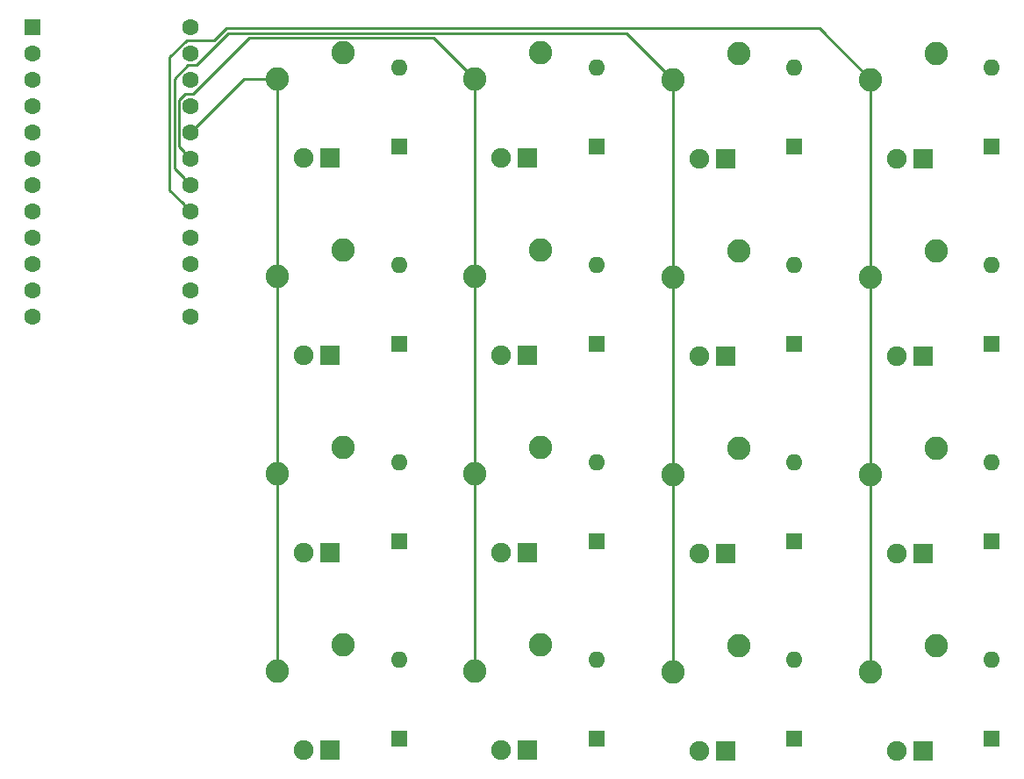
<source format=gtl>
G04 #@! TF.GenerationSoftware,KiCad,Pcbnew,(5.1.4)-1*
G04 #@! TF.CreationDate,2021-04-02T02:31:54+02:00*
G04 #@! TF.ProjectId,pcb-test,7063622d-7465-4737-942e-6b696361645f,rev?*
G04 #@! TF.SameCoordinates,Original*
G04 #@! TF.FileFunction,Copper,L1,Top*
G04 #@! TF.FilePolarity,Positive*
%FSLAX46Y46*%
G04 Gerber Fmt 4.6, Leading zero omitted, Abs format (unit mm)*
G04 Created by KiCad (PCBNEW (5.1.4)-1) date 2021-04-02 02:31:54*
%MOMM*%
%LPD*%
G04 APERTURE LIST*
%ADD10R,1.905000X1.905000*%
%ADD11C,1.905000*%
%ADD12C,2.250000*%
%ADD13C,1.600000*%
%ADD14R,1.600000X1.600000*%
%ADD15O,1.600000X1.600000*%
%ADD16C,0.250000*%
G04 APERTURE END LIST*
D10*
X194945000Y-90805000D03*
D11*
X192405000Y-90805000D03*
D12*
X189865000Y-83185000D03*
X196215000Y-80645000D03*
D10*
X194945000Y-147955000D03*
D11*
X192405000Y-147955000D03*
D12*
X189865000Y-140335000D03*
X196215000Y-137795000D03*
D10*
X137763250Y-90773250D03*
D11*
X135223250Y-90773250D03*
D12*
X132683250Y-83153250D03*
X139033250Y-80613250D03*
D10*
X194945000Y-109855000D03*
D11*
X192405000Y-109855000D03*
D12*
X189865000Y-102235000D03*
X196215000Y-99695000D03*
D13*
X124301250Y-78105000D03*
X124301250Y-80645000D03*
X124301250Y-83185000D03*
X124301250Y-85725000D03*
X124301250Y-88265000D03*
X124301250Y-90805000D03*
X124301250Y-93345000D03*
X124301250Y-95885000D03*
X124301250Y-98425000D03*
X124301250Y-100965000D03*
X124301250Y-103505000D03*
X124301250Y-106045000D03*
X109061250Y-106045000D03*
X109061250Y-103505000D03*
X109061250Y-100965000D03*
X109061250Y-98425000D03*
X109061250Y-95885000D03*
X109061250Y-93345000D03*
X109061250Y-90805000D03*
X109061250Y-88265000D03*
X109061250Y-85725000D03*
X109061250Y-83185000D03*
X109061250Y-80645000D03*
D14*
X109061250Y-78105000D03*
D10*
X194945000Y-128905000D03*
D11*
X192405000Y-128905000D03*
D12*
X189865000Y-121285000D03*
X196215000Y-118745000D03*
D10*
X175895000Y-147955000D03*
D11*
X173355000Y-147955000D03*
D12*
X170815000Y-140335000D03*
X177165000Y-137795000D03*
D10*
X175895000Y-128905000D03*
D11*
X173355000Y-128905000D03*
D12*
X170815000Y-121285000D03*
X177165000Y-118745000D03*
D10*
X175895000Y-109855000D03*
D11*
X173355000Y-109855000D03*
D12*
X170815000Y-102235000D03*
X177165000Y-99695000D03*
D10*
X175895000Y-90805000D03*
D11*
X173355000Y-90805000D03*
D12*
X170815000Y-83185000D03*
X177165000Y-80645000D03*
D10*
X156813250Y-147923250D03*
D11*
X154273250Y-147923250D03*
D12*
X151733250Y-140303250D03*
X158083250Y-137763250D03*
D10*
X156813250Y-128873250D03*
D11*
X154273250Y-128873250D03*
D12*
X151733250Y-121253250D03*
X158083250Y-118713250D03*
D10*
X156813250Y-109823250D03*
D11*
X154273250Y-109823250D03*
D12*
X151733250Y-102203250D03*
X158083250Y-99663250D03*
D10*
X156813250Y-90773250D03*
D11*
X154273250Y-90773250D03*
D12*
X151733250Y-83153250D03*
X158083250Y-80613250D03*
D10*
X137763250Y-147923250D03*
D11*
X135223250Y-147923250D03*
D12*
X132683250Y-140303250D03*
X139033250Y-137763250D03*
D10*
X137763250Y-128873250D03*
D11*
X135223250Y-128873250D03*
D12*
X132683250Y-121253250D03*
X139033250Y-118713250D03*
D10*
X137763250Y-109823250D03*
D11*
X135223250Y-109823250D03*
D12*
X132683250Y-102203250D03*
X139033250Y-99663250D03*
D15*
X201612500Y-139223750D03*
D14*
X201612500Y-146843750D03*
D15*
X201612500Y-120173750D03*
D14*
X201612500Y-127793750D03*
D15*
X201612500Y-101123750D03*
D14*
X201612500Y-108743750D03*
D15*
X201612500Y-82073750D03*
D14*
X201612500Y-89693750D03*
D15*
X182562500Y-139223750D03*
D14*
X182562500Y-146843750D03*
D15*
X182562500Y-120173750D03*
D14*
X182562500Y-127793750D03*
D15*
X182562500Y-101123750D03*
D14*
X182562500Y-108743750D03*
D15*
X182562500Y-82073750D03*
D14*
X182562500Y-89693750D03*
D15*
X163512500Y-139223750D03*
D14*
X163512500Y-146843750D03*
D15*
X163512500Y-120173750D03*
D14*
X163512500Y-127793750D03*
D15*
X163512500Y-101123750D03*
D14*
X163512500Y-108743750D03*
D15*
X163512500Y-82073750D03*
D14*
X163512500Y-89693750D03*
D15*
X144462500Y-139223750D03*
D14*
X144462500Y-146843750D03*
D15*
X144462500Y-120173750D03*
D14*
X144462500Y-127793750D03*
D15*
X144462500Y-101123750D03*
D14*
X144462500Y-108743750D03*
D15*
X144462500Y-82073750D03*
D14*
X144462500Y-89693750D03*
D16*
X132683250Y-83153250D02*
X132683250Y-102203250D01*
X132683250Y-102203250D02*
X132683250Y-121253250D01*
X132683250Y-122844240D02*
X132683250Y-140303250D01*
X132683250Y-121253250D02*
X132683250Y-122844240D01*
X129413000Y-83153250D02*
X124301250Y-88265000D01*
X132683250Y-83153250D02*
X129413000Y-83153250D01*
X151733250Y-84744240D02*
X151733250Y-102203250D01*
X151733250Y-83153250D02*
X151733250Y-84744240D01*
X151733250Y-102203250D02*
X151733250Y-121253250D01*
X151733250Y-121253250D02*
X151733250Y-140303250D01*
X123501251Y-90005001D02*
X124301250Y-90805000D01*
X123176249Y-89679999D02*
X123501251Y-90005001D01*
X123176249Y-85184999D02*
X123176249Y-89679999D01*
X123761249Y-84599999D02*
X123176249Y-85184999D01*
X124551253Y-84599999D02*
X123761249Y-84599999D01*
X129988003Y-79163249D02*
X124551253Y-84599999D01*
X147743249Y-79163249D02*
X129988003Y-79163249D01*
X151733250Y-83153250D02*
X147743249Y-79163249D01*
X170815000Y-86231002D02*
X170815000Y-102235000D01*
X170815000Y-83185000D02*
X170815000Y-86231002D01*
X170815000Y-102235000D02*
X170815000Y-121285000D01*
X170815000Y-121285000D02*
X170815000Y-140335000D01*
X123501251Y-92545001D02*
X124301250Y-93345000D01*
X122726240Y-91769990D02*
X123501251Y-92545001D01*
X122726240Y-83095008D02*
X122726240Y-91769990D01*
X124051247Y-81770001D02*
X122726240Y-83095008D01*
X124841251Y-81770001D02*
X124051247Y-81770001D01*
X127898012Y-78713240D02*
X124841251Y-81770001D01*
X166343240Y-78713240D02*
X127898012Y-78713240D01*
X170815000Y-83185000D02*
X166343240Y-78713240D01*
X189865000Y-83185000D02*
X189865000Y-102235000D01*
X189865000Y-102235000D02*
X189865000Y-121285000D01*
X189865000Y-121285000D02*
X189865000Y-140335000D01*
X123501251Y-95085001D02*
X124301250Y-95885000D01*
X122276231Y-93859981D02*
X123501251Y-95085001D01*
X122276231Y-81005017D02*
X122276231Y-93859981D01*
X123906248Y-79375000D02*
X122276231Y-81005017D01*
X126599842Y-79375000D02*
X123906248Y-79375000D01*
X127711611Y-78263231D02*
X126599842Y-79375000D01*
X184943230Y-78263230D02*
X127711611Y-78263231D01*
X189865000Y-83185000D02*
X184943230Y-78263230D01*
M02*

</source>
